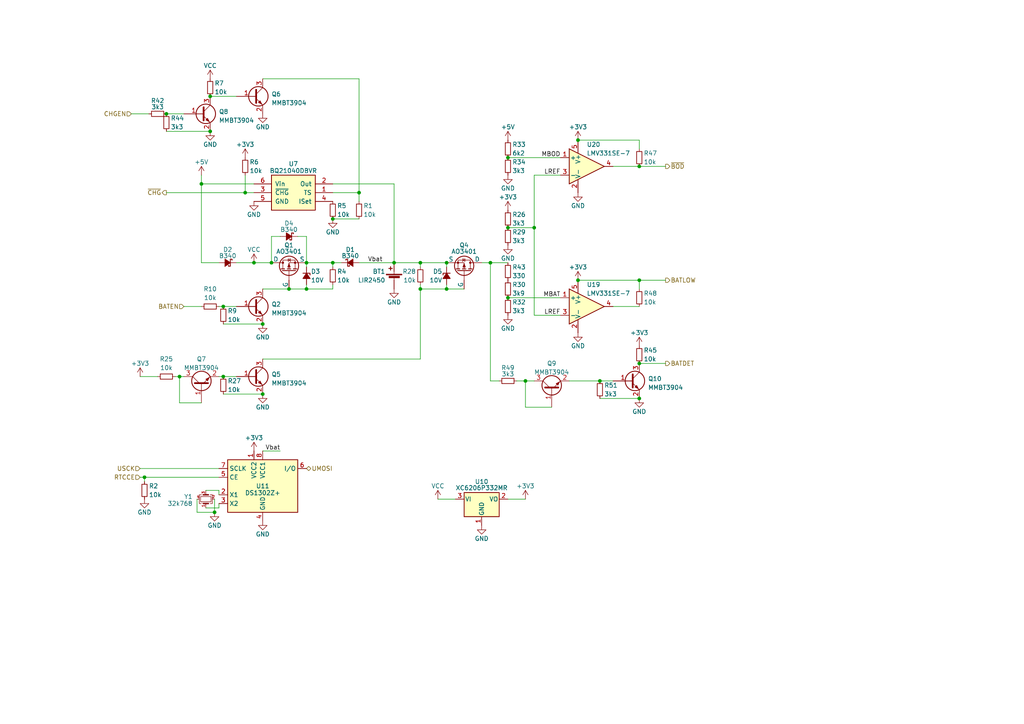
<source format=kicad_sch>
(kicad_sch (version 20230121) (generator eeschema)
  (paper "A4")
  (lib_symbols
    (symbol "Device:Battery_Cell" (pin_numbers hide) (pin_names (offset 0) hide)
      (property "Reference" "BT" (at 2.54 2.54 0))
      (property "Value" "Battery_Cell" (at 2.54 0 0))
      (symbol "Battery_Cell_0_1"
        (rectangle (start -2.286 1.778) (end 2.286 1.524) (fill (type outline)))
        (rectangle (start -1.5748 1.1938) (end 1.4732 0.6858) (fill (type outline)))
        (polyline (pts (xy 0 0.762) (xy 0 0)))
        (polyline (pts (xy 0 1.778) (xy 0 2.54)))
        (polyline (pts (xy 0.508 3.429) (xy 1.524 3.429)) (stroke (width 0.254)))
        (polyline (pts (xy 1.016 3.937) (xy 1.016 2.921)) (stroke (width 0.254)))
      )
      (symbol "Battery_Cell_1_1"
        (pin passive line (at 0 5.08 270) (length 2.54) (name "+") (number "1"))
        (pin passive line (at 0 -2.54 90) (length 2.54) (name "-") (number "2"))
      )
    )
    (symbol "Device:Crystal_GND24_Small" (pin_names (offset 1.016) hide)
      (property "Reference" "Y" (at 1.27 4.445 0))
      (property "Value" "Crystal_GND24_Small" (at 1.27 2.54 0))
      (symbol "Crystal_GND24_Small_0_1"
        (rectangle (start -0.762 -1.524) (end 0.762 1.524))
        (polyline (pts (xy -1.27 -0.762) (xy -1.27 0.762)) (stroke (width 0.381)))
        (polyline (pts (xy 1.27 -0.762) (xy 1.27 0.762)) (stroke (width 0.381)))
        (polyline (pts (xy -1.27 -1.27) (xy -1.27 -1.905) (xy 1.27 -1.905) (xy 1.27 -1.27)))
        (polyline (pts (xy -1.27 1.27) (xy -1.27 1.905) (xy 1.27 1.905) (xy 1.27 1.27)))
      )
      (symbol "Crystal_GND24_Small_1_1"
        (pin passive line (at -2.54 0 0) (length 1.27) (name "1") (number "1"))
        (pin passive line (at 0 -2.54 90) (length 0.635) (name "2") (number "2"))
        (pin passive line (at 2.54 0 180) (length 1.27) (name "3") (number "3"))
        (pin passive line (at 0 2.54 270) (length 0.635) (name "4") (number "4"))
      )
    )
    (symbol "Device:D_Schottky_Small_Filled" (pin_numbers hide) (pin_names (offset 0.254) hide)
      (property "Reference" "D" (at -1.27 2.032 0))
      (property "Value" "D_Schottky_Small_Filled" (at -7.112 -2.032 0))
      (symbol "D_Schottky_Small_Filled_0_1"
        (polyline (pts (xy -0.762 0) (xy 0.762 0)))
        (polyline (pts (xy 0.762 -1.016) (xy -0.762 0) (xy 0.762 1.016) (xy 0.762 -1.016)) (stroke (width 0.254)) (fill (type outline)))
        (polyline (pts (xy -1.27 0.762) (xy -1.27 1.016) (xy -0.762 1.016) (xy -0.762 -1.016) (xy -0.254 -1.016) (xy -0.254 -0.762)) (stroke (width 0.254)))
      )
      (symbol "D_Schottky_Small_Filled_1_1"
        (pin passive line (at -2.54 0 0) (length 1.778) (name "K") (number "1"))
        (pin passive line (at 2.54 0 180) (length 1.778) (name "A") (number "2"))
      )
    )
    (symbol "Device:D_Zener_Small_Filled" (pin_numbers hide) (pin_names (offset 0.254) hide)
      (property "Reference" "D" (at 0 2.286 0))
      (property "Value" "D_Zener_Small_Filled" (at 0 -2.286 0))
      (symbol "D_Zener_Small_Filled_0_1"
        (polyline (pts (xy 0.762 0) (xy -0.762 0)))
        (polyline (pts (xy -0.254 1.016) (xy -0.762 1.016) (xy -0.762 -1.016)) (stroke (width 0.254)))
        (polyline (pts (xy 0.762 1.016) (xy -0.762 0) (xy 0.762 -1.016) (xy 0.762 1.016)) (stroke (width 0.254)) (fill (type outline)))
      )
      (symbol "D_Zener_Small_Filled_1_1"
        (pin passive line (at -2.54 0 0) (length 1.778) (name "K") (number "1"))
        (pin passive line (at 2.54 0 180) (length 1.778) (name "A") (number "2"))
      )
    )
    (symbol "Device:R_Small" (pin_numbers hide) (pin_names (offset 0.254) hide)
      (property "Reference" "R" (at 0.762 0.508 0))
      (property "Value" "R_Small" (at 0.762 -1.016 0))
      (symbol "R_Small_0_1"
        (rectangle (start -0.762 1.778) (end 0.762 -1.778) (stroke (width 0.2032)))
      )
      (symbol "R_Small_1_1"
        (pin passive line (at 0 2.54 270) (length 0.762) (name "~") (number "1"))
        (pin passive line (at 0 -2.54 90) (length 0.762) (name "~") (number "2"))
      )
    )
    (symbol "GW_Analog:LMV331SE-7" (pin_names (offset 0.254))
      (property "Reference" "U" (at -1.27 3.81 0))
      (property "Value" "LMV331SE-7" (at -1.27 -3.81 0))
      (symbol "LMV331SE-7_0_1"
        (polyline (pts (xy -5.08 5.08) (xy 5.08 0) (xy -5.08 -5.08) (xy -5.08 5.08)) (stroke (width 0.254)) (fill (type background)))
      )
      (symbol "LMV331SE-7_1_1"
        (pin input line (at -7.62 2.54 0) (length 2.54) (name "+") (number "1"))
        (pin input line (at -2.54 -7.62 90) (length 3.81) (name "V-") (number "2"))
        (pin input line (at -7.62 -2.54 0) (length 2.54) (name "-") (number "3"))
        (pin output line (at 7.62 0 180) (length 2.54) (name "~") (number "4"))
        (pin input line (at -2.54 7.62 270) (length 3.81) (name "V+") (number "5"))
      )
    )
    (symbol "GW_Power:BQ21040DBVR" (pin_names (offset 1.016))
      (property "Reference" "U" (at 0 6.35 0))
      (property "Value" "BQ21040DBVR" (at 0 -6.35 0))
      (symbol "BQ21040DBVR_0_1"
        (rectangle (start -6.35 5.08) (end 6.35 -5.08) (stroke (width 0.254)) (fill (type background)))
      )
      (symbol "BQ21040DBVR_1_1"
        (pin unspecified line (at 11.43 0 180) (length 5.08) (name "TS") (number "1"))
        (pin power_out line (at 11.43 2.54 180) (length 5.08) (name "Out") (number "2"))
        (pin tri_state line (at -11.43 0 0) (length 5.08) (name "~{CHG}") (number "3"))
        (pin unspecified line (at 11.43 -2.54 180) (length 5.08) (name "ISet") (number "4"))
        (pin power_in line (at -11.43 -2.54 0) (length 5.08) (name "GND") (number "5"))
        (pin power_in line (at -11.43 2.54 0) (length 5.08) (name "Vin") (number "6"))
      )
    )
    (symbol "Regulator_Linear:XC6206PxxxMR" (pin_names (offset 0.254))
      (property "Reference" "U" (at -3.81 3.175 0))
      (property "Value" "XC6206PxxxMR" (at 0 3.175 0))
      (symbol "XC6206PxxxMR_0_1"
        (rectangle (start -5.08 1.905) (end 5.08 -5.08) (stroke (width 0.254)) (fill (type background)))
      )
      (symbol "XC6206PxxxMR_1_1"
        (pin power_in line (at 0 -7.62 90) (length 2.54) (name "GND") (number "1"))
        (pin power_out line (at 7.62 0 180) (length 2.54) (name "VO") (number "2"))
        (pin power_in line (at -7.62 0 0) (length 2.54) (name "VI") (number "3"))
      )
    )
    (symbol "Simulation_SPICE:PMOS" (pin_numbers hide) (pin_names (offset 0))
      (property "Reference" "Q" (at 5.08 1.27 0))
      (property "Value" "PMOS" (at 5.08 -1.27 0))
      (symbol "PMOS_0_1"
        (polyline (pts (xy 0.254 0) (xy -2.54 0)))
        (polyline (pts (xy 0.254 1.905) (xy 0.254 -1.905)) (stroke (width 0.254)))
        (polyline (pts (xy 0.762 -1.27) (xy 0.762 -2.286)) (stroke (width 0.254)))
        (polyline (pts (xy 0.762 0.508) (xy 0.762 -0.508)) (stroke (width 0.254)))
        (polyline (pts (xy 0.762 2.286) (xy 0.762 1.27)) (stroke (width 0.254)))
        (polyline (pts (xy 2.54 2.54) (xy 2.54 1.778)))
        (polyline (pts (xy 2.54 -2.54) (xy 2.54 0) (xy 0.762 0)))
        (polyline (pts (xy 0.762 1.778) (xy 3.302 1.778) (xy 3.302 -1.778) (xy 0.762 -1.778)))
        (polyline (pts (xy 2.286 0) (xy 1.27 0.381) (xy 1.27 -0.381) (xy 2.286 0)) (fill (type outline)))
        (polyline (pts (xy 2.794 -0.508) (xy 2.921 -0.381) (xy 3.683 -0.381) (xy 3.81 -0.254)))
        (polyline (pts (xy 3.302 -0.381) (xy 2.921 0.254) (xy 3.683 0.254) (xy 3.302 -0.381)))
        (circle (center 1.651 0) (radius 2.794) (stroke (width 0.254)))
        (circle (center 2.54 -1.778) (radius 0.254) (fill (type outline)))
        (circle (center 2.54 1.778) (radius 0.254) (fill (type outline)))
      )
      (symbol "PMOS_1_1"
        (pin passive line (at 2.54 5.08 270) (length 2.54) (name "D") (number "1"))
        (pin input line (at -5.08 0 0) (length 2.54) (name "G") (number "2"))
        (pin passive line (at 2.54 -5.08 90) (length 2.54) (name "S") (number "3"))
      )
    )
    (symbol "Timer_RTC:DS1302Z+"
      (property "Reference" "U" (at -8.89 8.89 0))
      (property "Value" "DS1302Z+" (at 6.35 8.89 0))
      (symbol "DS1302Z+_1_1"
        (rectangle (start -10.16 7.62) (end 10.16 -7.62) (stroke (width 0.254)) (fill (type background)))
        (pin power_in line (at -2.54 10.16 270) (length 2.54) (name "VCC2") (number "1"))
        (pin input line (at -12.7 -2.54 0) (length 2.54) (name "X1") (number "2"))
        (pin input line (at -12.7 -5.08 0) (length 2.54) (name "X2") (number "3"))
        (pin power_in line (at 0 -10.16 90) (length 2.54) (name "GND") (number "4"))
        (pin input line (at -12.7 2.54 0) (length 2.54) (name "CE") (number "5"))
        (pin bidirectional line (at 12.7 5.08 180) (length 2.54) (name "I/O") (number "6"))
        (pin input line (at -12.7 5.08 0) (length 2.54) (name "SCLK") (number "7"))
        (pin power_in line (at 0 10.16 270) (length 2.54) (name "VCC1") (number "8"))
      )
    )
    (symbol "Transistor_BJT:MMBT3904" (pin_names (offset 0) hide)
      (property "Reference" "Q" (at 5.08 1.905 0))
      (property "Value" "MMBT3904" (at 5.08 0 0))
      (symbol "MMBT3904_0_1"
        (polyline (pts (xy 0.635 0.635) (xy 2.54 2.54)))
        (polyline (pts (xy 0.635 -0.635) (xy 2.54 -2.54) (xy 2.54 -2.54)))
        (polyline (pts (xy 0.635 1.905) (xy 0.635 -1.905) (xy 0.635 -1.905)) (stroke (width 0.508)))
        (polyline (pts (xy 1.27 -1.778) (xy 1.778 -1.27) (xy 2.286 -2.286) (xy 1.27 -1.778) (xy 1.27 -1.778)) (fill (type outline)))
        (circle (center 1.27 0) (radius 2.8194) (stroke (width 0.254)))
      )
      (symbol "MMBT3904_1_1"
        (pin input line (at -5.08 0 0) (length 5.715) (name "B") (number "1"))
        (pin passive line (at 2.54 -5.08 90) (length 2.54) (name "E") (number "2"))
        (pin passive line (at 2.54 5.08 270) (length 2.54) (name "C") (number "3"))
      )
    )
    (symbol "power:+3V3" (power) (pin_names (offset 0))
      (property "Value" "+3V3" (at 0 3.556 0))
      (symbol "+3V3_0_1"
        (polyline (pts (xy -0.762 1.27) (xy 0 2.54)))
        (polyline (pts (xy 0 0) (xy 0 2.54)))
        (polyline (pts (xy 0 2.54) (xy 0.762 1.27)))
      )
      (symbol "+3V3_1_1"
        (pin power_in line (at 0 0 90) (length 0) hide (name "+3V3") (number "1"))
      )
    )
    (symbol "power:+5V" (power) (pin_names (offset 0))
      (property "Value" "+5V" (at 0 3.556 0))
      (symbol "+5V_0_1"
        (polyline (pts (xy -0.762 1.27) (xy 0 2.54)))
        (polyline (pts (xy 0 0) (xy 0 2.54)))
        (polyline (pts (xy 0 2.54) (xy 0.762 1.27)))
      )
      (symbol "+5V_1_1"
        (pin power_in line (at 0 0 90) (length 0) hide (name "+5V") (number "1"))
      )
    )
    (symbol "power:GND" (power) (pin_names (offset 0))
      (property "Value" "GND" (at 0 -3.81 0))
      (symbol "GND_0_1"
        (polyline (pts (xy 0 0) (xy 0 -1.27) (xy 1.27 -1.27) (xy 0 -2.54) (xy -1.27 -1.27) (xy 0 -1.27)))
      )
      (symbol "GND_1_1"
        (pin power_in line (at 0 0 270) (length 0) hide (name "GND") (number "1"))
      )
    )
    (symbol "power:VCC" (power) (pin_names (offset 0))
      (property "Value" "VCC" (at 0 3.81 0))
      (symbol "VCC_0_1"
        (polyline (pts (xy -0.762 1.27) (xy 0 2.54)))
        (polyline (pts (xy 0 0) (xy 0 2.54)))
        (polyline (pts (xy 0 2.54) (xy 0.762 1.27)))
      )
      (symbol "VCC_1_1"
        (pin power_in line (at 0 0 90) (length 0) hide (name "VCC") (number "1"))
      )
    )
  )
  (junction (at 129.54 83.82))
  (junction (at 88.9 83.82))
  (junction (at 147.32 66.04))
  (junction (at 185.42 48.26))
  (junction (at 76.2 114.3))
  (junction (at 114.3 76.2))
  (junction (at 62.23 148.59))
  (junction (at 52.07 109.22))
  (junction (at 78.74 76.2))
  (junction (at 154.94 66.04))
  (junction (at 73.66 76.2))
  (junction (at 173.99 110.49))
  (junction (at 64.77 88.9))
  (junction (at 152.4 110.49))
  (junction (at 147.32 86.36))
  (junction (at 96.52 63.5))
  (junction (at 88.9 76.2))
  (junction (at 185.42 81.28))
  (junction (at 185.42 115.57))
  (junction (at 41.91 138.43))
  (junction (at 147.32 45.72))
  (junction (at 64.77 109.22))
  (junction (at 83.82 83.82))
  (junction (at 167.64 81.28))
  (junction (at 60.96 38.1))
  (junction (at 48.26 33.02))
  (junction (at 76.2 93.98))
  (junction (at 167.64 40.64))
  (junction (at 71.12 55.88))
  (junction (at 104.14 55.88))
  (junction (at 96.52 76.2))
  (junction (at 185.42 105.41))
  (junction (at 129.54 76.2))
  (junction (at 121.92 76.2))
  (junction (at 58.42 53.34))
  (junction (at 142.24 76.2))
  (junction (at 60.96 27.94))
  (junction (at 121.92 83.82))
  (wire (pts (xy 114.3 76.2) (xy 121.92 76.2)))
  (wire (pts (xy 129.54 83.82) (xy 121.92 83.82)))
  (wire (pts (xy 63.5 146.05) (xy 63.5 147.32)))
  (wire (pts (xy 40.64 109.22) (xy 45.72 109.22)))
  (wire (pts (xy 139.7 76.2) (xy 142.24 76.2)))
  (wire (pts (xy 73.66 76.2) (xy 68.58 76.2)))
  (wire (pts (xy 147.32 45.72) (xy 162.56 45.72)))
  (wire (pts (xy 147.32 86.36) (xy 162.56 86.36)))
  (wire (pts (xy 83.82 83.82) (xy 88.9 83.82)))
  (wire (pts (xy 142.24 76.2) (xy 147.32 76.2)))
  (wire (pts (xy 48.26 55.88) (xy 71.12 55.88)))
  (wire (pts (xy 41.91 139.7) (xy 41.91 138.43)))
  (wire (pts (xy 76.2 130.81) (xy 81.28 130.81)))
  (wire (pts (xy 64.77 109.22) (xy 68.58 109.22)))
  (wire (pts (xy 38.1 33.02) (xy 43.18 33.02)))
  (wire (pts (xy 134.62 83.82) (xy 129.54 83.82)))
  (wire (pts (xy 185.42 48.26) (xy 193.04 48.26)))
  (wire (pts (xy 147.32 66.04) (xy 154.94 66.04)))
  (wire (pts (xy 88.9 68.58) (xy 86.36 68.58)))
  (wire (pts (xy 73.66 76.2) (xy 78.74 76.2)))
  (wire (pts (xy 63.5 142.24) (xy 63.5 143.51)))
  (wire (pts (xy 152.4 110.49) (xy 152.4 118.11)))
  (wire (pts (xy 177.8 88.9) (xy 185.42 88.9)))
  (wire (pts (xy 165.1 110.49) (xy 173.99 110.49)))
  (wire (pts (xy 121.92 76.2) (xy 121.92 77.47)))
  (wire (pts (xy 88.9 82.55) (xy 88.9 83.82)))
  (wire (pts (xy 114.3 53.34) (xy 114.3 76.2)))
  (wire (pts (xy 88.9 76.2) (xy 88.9 77.47)))
  (wire (pts (xy 185.42 81.28) (xy 185.42 83.82)))
  (wire (pts (xy 48.26 33.02) (xy 53.34 33.02)))
  (wire (pts (xy 52.07 109.22) (xy 53.34 109.22)))
  (wire (pts (xy 167.64 81.28) (xy 185.42 81.28)))
  (wire (pts (xy 129.54 76.2) (xy 129.54 77.47)))
  (wire (pts (xy 129.54 82.55) (xy 129.54 83.82)))
  (wire (pts (xy 58.42 53.34) (xy 58.42 76.2)))
  (wire (pts (xy 63.5 109.22) (xy 64.77 109.22)))
  (wire (pts (xy 76.2 104.14) (xy 121.92 104.14)))
  (wire (pts (xy 96.52 76.2) (xy 99.06 76.2)))
  (wire (pts (xy 88.9 83.82) (xy 96.52 83.82)))
  (wire (pts (xy 147.32 144.78) (xy 152.4 144.78)))
  (wire (pts (xy 185.42 40.64) (xy 185.42 43.18)))
  (wire (pts (xy 154.94 66.04) (xy 154.94 91.44)))
  (wire (pts (xy 154.94 66.04) (xy 154.94 50.8)))
  (wire (pts (xy 154.94 50.8) (xy 162.56 50.8)))
  (wire (pts (xy 64.77 93.98) (xy 76.2 93.98)))
  (wire (pts (xy 63.5 147.32) (xy 59.69 147.32)))
  (wire (pts (xy 142.24 110.49) (xy 144.78 110.49)))
  (wire (pts (xy 40.64 135.89) (xy 63.5 135.89)))
  (wire (pts (xy 177.8 48.26) (xy 185.42 48.26)))
  (wire (pts (xy 104.14 55.88) (xy 104.14 58.42)))
  (wire (pts (xy 96.52 55.88) (xy 104.14 55.88)))
  (wire (pts (xy 154.94 110.49) (xy 152.4 110.49)))
  (wire (pts (xy 96.52 82.55) (xy 96.52 83.82)))
  (wire (pts (xy 185.42 81.28) (xy 193.04 81.28)))
  (wire (pts (xy 76.2 22.86) (xy 104.14 22.86)))
  (wire (pts (xy 57.15 144.78) (xy 57.15 148.59)))
  (wire (pts (xy 57.15 148.59) (xy 62.23 148.59)))
  (wire (pts (xy 152.4 118.11) (xy 160.02 118.11)))
  (wire (pts (xy 121.92 104.14) (xy 121.92 83.82)))
  (wire (pts (xy 121.92 82.55) (xy 121.92 83.82)))
  (wire (pts (xy 149.86 110.49) (xy 152.4 110.49)))
  (wire (pts (xy 52.07 109.22) (xy 52.07 116.84)))
  (wire (pts (xy 173.99 115.57) (xy 185.42 115.57)))
  (wire (pts (xy 104.14 76.2) (xy 114.3 76.2)))
  (wire (pts (xy 104.14 55.88) (xy 104.14 22.86)))
  (wire (pts (xy 59.69 142.24) (xy 63.5 142.24)))
  (wire (pts (xy 96.52 53.34) (xy 114.3 53.34)))
  (wire (pts (xy 52.07 116.84) (xy 58.42 116.84)))
  (wire (pts (xy 41.91 138.43) (xy 63.5 138.43)))
  (wire (pts (xy 48.26 38.1) (xy 60.96 38.1)))
  (wire (pts (xy 76.2 83.82) (xy 83.82 83.82)))
  (wire (pts (xy 58.42 88.9) (xy 53.34 88.9)))
  (wire (pts (xy 64.77 88.9) (xy 68.58 88.9)))
  (wire (pts (xy 78.74 76.2) (xy 78.74 68.58)))
  (wire (pts (xy 88.9 76.2) (xy 88.9 68.58)))
  (wire (pts (xy 88.9 76.2) (xy 96.52 76.2)))
  (wire (pts (xy 73.66 55.88) (xy 71.12 55.88)))
  (wire (pts (xy 185.42 105.41) (xy 193.04 105.41)))
  (wire (pts (xy 64.77 114.3) (xy 76.2 114.3)))
  (wire (pts (xy 40.64 138.43) (xy 41.91 138.43)))
  (wire (pts (xy 63.5 76.2) (xy 58.42 76.2)))
  (wire (pts (xy 58.42 50.8) (xy 58.42 53.34)))
  (wire (pts (xy 154.94 91.44) (xy 162.56 91.44)))
  (wire (pts (xy 129.54 76.2) (xy 121.92 76.2)))
  (wire (pts (xy 96.52 63.5) (xy 104.14 63.5)))
  (wire (pts (xy 50.8 109.22) (xy 52.07 109.22)))
  (wire (pts (xy 62.23 148.59) (xy 62.23 144.78)))
  (wire (pts (xy 73.66 53.34) (xy 58.42 53.34)))
  (wire (pts (xy 142.24 76.2) (xy 142.24 110.49)))
  (wire (pts (xy 167.64 40.64) (xy 185.42 40.64)))
  (wire (pts (xy 127 144.78) (xy 132.08 144.78)))
  (wire (pts (xy 173.99 110.49) (xy 177.8 110.49)))
  (wire (pts (xy 63.5 88.9) (xy 64.77 88.9)))
  (wire (pts (xy 60.96 27.94) (xy 68.58 27.94)))
  (wire (pts (xy 96.52 76.2) (xy 96.52 77.47)))
  (wire (pts (xy 71.12 50.8) (xy 71.12 55.88)))
  (wire (pts (xy 78.74 68.58) (xy 81.28 68.58)))
  (label "LREF" (at 162.56 50.8 180))
  (label "LREF" (at 162.56 91.44 180))
  (label "Vbat" (at 106.68 76.2 0))
  (label "MBAT" (at 162.56 86.36 180))
  (label "MBOD" (at 162.56 45.72 180))
  (label "Vbat" (at 81.28 130.81 180))
  (hierarchical_label "BATDET" (shape output) (at 193.04 105.41 0))
  (hierarchical_label "RTCCE" (shape input) (at 40.64 138.43 180))
  (hierarchical_label "~{BOD}" (shape output) (at 193.04 48.26 0))
  (hierarchical_label "~{CHG}" (shape output) (at 48.26 55.88 180))
  (hierarchical_label "USCK" (shape input) (at 40.64 135.89 180))
  (hierarchical_label "BATEN" (shape input) (at 53.34 88.9 180))
  (hierarchical_label "CHGEN" (shape input) (at 38.1 33.02 180))
  (hierarchical_label "BATLOW" (shape output) (at 193.04 81.28 0))
  (hierarchical_label "UMOSI" (shape bidirectional) (at 88.9 135.89 0))
  (symbol (lib_id "power:GND") (at 167.64 55.88 0) (mirror y) (unit 1)
    (property "Reference" "#PWR083" (effects hide))
    (property "Value" "GND" (at 167.64 59.69 0))
  )
  (symbol (lib_id "Device:R_Small") (at 64.77 111.76 180) (unit 1)
    (property "Reference" "R27" (at 66.04 110.49 0) (effects (justify right)))
    (property "Value" "10k" (at 66.04 113.03 0) (effects (justify right)))
  )
  (symbol (lib_id "power:GND") (at 76.2 151.13 0) (mirror y) (unit 1)
    (property "Reference" "#PWR06" (effects hide))
    (property "Value" "GND" (at 76.2 154.94 0))
  )
  (symbol (lib_id "power:+3V3") (at 73.66 130.81 0) (unit 1)
    (property "Reference" "#PWR012" (effects hide))
    (property "Value" "+3V3" (at 73.66 127 0))
  )
  (symbol (lib_id "Device:R_Small") (at 48.26 35.56 180) (unit 1)
    (property "Reference" "R44" (at 49.53 34.29 0) (effects (justify right)))
    (property "Value" "3k3" (at 49.53 36.83 0) (effects (justify right)))
  )
  (symbol (lib_id "power:GND") (at 147.32 71.12 0) (mirror y) (unit 1)
    (property "Reference" "#PWR075" (effects hide))
    (property "Value" "GND" (at 147.32 74.93 0))
  )
  (symbol (lib_id "power:GND") (at 139.7 152.4 0) (mirror y) (unit 1)
    (property "Reference" "#PWR010" (effects hide))
    (property "Value" "GND" (at 139.7 156.21 0))
  )
  (symbol (lib_id "Device:R_Small") (at 121.92 80.01 0) (mirror x) (unit 1)
    (property "Reference" "R28" (at 120.65 78.74 0) (effects (justify right)))
    (property "Value" "10k" (at 120.65 81.28 0) (effects (justify right)))
  )
  (symbol (lib_id "Device:R_Small") (at 41.91 142.24 0) (mirror x) (unit 1)
    (property "Reference" "R2" (at 43.18 140.97 0) (effects (justify left)))
    (property "Value" "10k" (at 43.18 143.51 0) (effects (justify left)))
  )
  (symbol (lib_id "GW_Analog:LMV331SE-7") (at 170.18 88.9 0) (unit 1)
    (property "Reference" "U19" (at 170.18 82.55 0) (effects (justify left)))
    (property "Value" "LMV331SE-7" (at 170.18 85.09 0) (effects (justify left)))
    (property "Footprint" "stdpads:SOT-353" (effects hide))
  )
  (symbol (lib_id "Transistor_BJT:MMBT3904") (at 73.66 27.94 0) (unit 1)
    (property "Reference" "Q6" (at 78.74 27.305 0) (effects (justify left)))
    (property "Value" "MMBT3904" (at 78.74 29.845 0) (effects (justify left)))
    (property "Footprint" "Package_TO_SOT_SMD:SOT-23" (effects hide))
    (property "Datasheet" "https://www.onsemi.com/pub/Collateral/2N3903-D.PDF" (effects hide))
  )
  (symbol (lib_id "power:GND") (at 96.52 63.5 0) (mirror y) (unit 1)
    (property "Reference" "#PWR08" (effects hide))
    (property "Value" "GND" (at 96.52 67.31 0))
  )
  (symbol (lib_id "power:+3V3") (at 152.4 144.78 0) (unit 1)
    (property "Reference" "#PWR011" (effects hide))
    (property "Value" "+3V3" (at 152.4 140.97 0))
  )
  (symbol (lib_id "Device:Crystal_GND24_Small") (at 59.69 144.78 90) (unit 1)
    (property "Reference" "Y1" (at 55.88 144.78 90) (effects (justify left top)))
    (property "Value" "32k768" (at 55.88 146.05 90) (effects (justify left)))
  )
  (symbol (lib_id "Device:Battery_Cell") (at 114.3 81.28 0) (mirror y) (unit 1)
    (property "Reference" "BT1" (at 111.76 78.74 0) (effects (justify left)))
    (property "Value" "LIR2450" (at 111.76 81.28 0) (effects (justify left)))
  )
  (symbol (lib_id "Device:R_Small") (at 147.32 48.26 0) (unit 1)
    (property "Reference" "R34" (at 148.59 46.99 0) (effects (justify left)))
    (property "Value" "3k3" (at 148.59 49.53 0) (effects (justify left)))
  )
  (symbol (lib_id "power:GND") (at 76.2 93.98 0) (mirror y) (unit 1)
    (property "Reference" "#PWR052" (effects hide))
    (property "Value" "GND" (at 76.2 97.79 0))
  )
  (symbol (lib_id "Device:R_Small") (at 173.99 113.03 180) (unit 1)
    (property "Reference" "R51" (at 175.26 111.76 0) (effects (justify right)))
    (property "Value" "3k3" (at 175.26 114.3 0) (effects (justify right)))
  )
  (symbol (lib_id "power:VCC") (at 73.66 76.2 0) (mirror y) (unit 1)
    (property "Reference" "#PWR02" (effects hide))
    (property "Value" "VCC" (at 73.66 72.39 0))
  )
  (symbol (lib_id "power:+3V3") (at 167.64 81.28 0) (mirror y) (unit 1)
    (property "Reference" "#PWR076" (effects hide))
    (property "Value" "+3V3" (at 167.64 77.47 0))
  )
  (symbol (lib_id "Transistor_BJT:MMBT3904") (at 58.42 33.02 0) (unit 1)
    (property "Reference" "Q8" (at 63.5 32.385 0) (effects (justify left)))
    (property "Value" "MMBT3904" (at 63.5 34.925 0) (effects (justify left)))
    (property "Footprint" "Package_TO_SOT_SMD:SOT-23" (effects hide))
    (property "Datasheet" "https://www.onsemi.com/pub/Collateral/2N3903-D.PDF" (effects hide))
  )
  (symbol (lib_id "power:+3V3") (at 71.12 45.72 0) (mirror y) (unit 1)
    (property "Reference" "#PWR03" (effects hide))
    (property "Value" "+3V3" (at 71.12 41.91 0))
  )
  (symbol (lib_id "Timer_RTC:DS1302Z+") (at 76.2 140.97 0) (unit 1)
    (property "Reference" "U11" (at 76.2 140.97 0))
    (property "Value" "DS1302Z+" (at 76.2 142.24 0) (effects (justify top)))
    (property "Footprint" "Package_SO:SOIC-8_3.9x4.9mm_P1.27mm" (effects hide))
    (property "Datasheet" "https://datasheets.maximintegrated.com/en/ds/DS1302.pdf" (effects hide))
  )
  (symbol (lib_id "Device:R_Small") (at 104.14 60.96 0) (mirror x) (unit 1)
    (property "Reference" "R1" (at 105.41 59.69 0) (effects (justify left)))
    (property "Value" "10k" (at 105.41 62.23 0) (effects (justify left)))
  )
  (symbol (lib_id "power:GND") (at 114.3 83.82 0) (mirror y) (unit 1)
    (property "Reference" "#PWR01" (effects hide))
    (property "Value" "GND" (at 114.3 87.63 0))
  )
  (symbol (lib_id "power:+5V") (at 147.32 40.64 0) (mirror y) (unit 1)
    (property "Reference" "#PWR084" (effects hide))
    (property "Value" "+5V" (at 147.32 36.83 0))
  )
  (symbol (lib_id "Simulation_SPICE:PMOS") (at 83.82 78.74 90) (unit 1)
    (property "Reference" "Q1" (at 83.82 71.12 90))
    (property "Value" "AO3401" (at 83.82 73.66 90) (effects (justify top)))
    (property "Datasheet" "https://ngspice.sourceforge.io/docs/ngspice-manual.pdf" (effects hide))
    (property "Sim.Device" "PMOS" (effects hide))
    (property "Sim.Type" "VDMOS" (effects hide))
    (property "Sim.Pins" "1=D 2=G 3=S" (effects hide))
  )
  (symbol (lib_id "Device:R_Small") (at 60.96 25.4 180) (unit 1)
    (property "Reference" "R7" (at 62.23 24.13 0) (effects (justify right)))
    (property "Value" "10k" (at 62.23 26.67 0) (effects (justify right)))
  )
  (symbol (lib_id "power:GND") (at 185.42 115.57 0) (mirror y) (unit 1)
    (property "Reference" "#PWR085" (effects hide))
    (property "Value" "GND" (at 185.42 119.38 0))
  )
  (symbol (lib_id "Device:R_Small") (at 96.52 60.96 180) (unit 1)
    (property "Reference" "R5" (at 97.79 59.69 0) (effects (justify right)))
    (property "Value" "10k" (at 97.79 62.23 0) (effects (justify right)))
  )
  (symbol (lib_id "Transistor_BJT:MMBT3904") (at 73.66 88.9 0) (unit 1)
    (property "Reference" "Q2" (at 78.74 88.265 0) (effects (justify left)))
    (property "Value" "MMBT3904" (at 78.74 90.805 0) (effects (justify left)))
    (property "Footprint" "Package_TO_SOT_SMD:SOT-23" (effects hide))
    (property "Datasheet" "https://www.onsemi.com/pub/Collateral/2N3903-D.PDF" (effects hide))
  )
  (symbol (lib_id "power:+3V3") (at 147.32 60.96 0) (unit 1)
    (property "Reference" "#PWR074" (effects hide))
    (property "Value" "+3V3" (at 147.32 57.15 0))
  )
  (symbol (lib_id "power:VCC") (at 60.96 22.86 0) (mirror y) (unit 1)
    (property "Reference" "#PWR092" (effects hide))
    (property "Value" "VCC" (at 60.96 19.05 0))
  )
  (symbol (lib_id "Device:D_Zener_Small_Filled") (at 88.9 80.01 270) (unit 1)
    (property "Reference" "D3" (at 90.17 78.74 90) (effects (justify left)))
    (property "Value" "10V" (at 90.17 81.28 90) (effects (justify left)))
  )
  (symbol (lib_id "Device:D_Zener_Small_Filled") (at 129.54 80.01 90) (mirror x) (unit 1)
    (property "Reference" "D5" (at 128.27 78.74 90) (effects (justify left)))
    (property "Value" "10V" (at 128.27 81.28 90) (effects (justify left)))
  )
  (symbol (lib_id "power:VCC") (at 127 144.78 0) (mirror y) (unit 1)
    (property "Reference" "#PWR05" (effects hide))
    (property "Value" "VCC" (at 127 140.97 0))
  )
  (symbol (lib_id "Device:D_Schottky_Small_Filled") (at 101.6 76.2 0) (unit 1)
    (property "Reference" "D1" (at 101.6 72.39 0))
    (property "Value" "B340" (at 101.6 74.93 0) (effects (justify bottom)))
  )
  (symbol (lib_id "power:GND") (at 76.2 114.3 0) (mirror y) (unit 1)
    (property "Reference" "#PWR072" (effects hide))
    (property "Value" "GND" (at 76.2 118.11 0))
  )
  (symbol (lib_id "power:GND") (at 41.91 144.78 0) (mirror y) (unit 1)
    (property "Reference" "#PWR07" (effects hide))
    (property "Value" "GND" (at 41.91 148.59 0))
  )
  (symbol (lib_id "power:GND") (at 73.66 58.42 0) (mirror y) (unit 1)
    (property "Reference" "#PWR09" (effects hide))
    (property "Value" "GND" (at 73.66 62.23 0))
  )
  (symbol (lib_id "power:GND") (at 76.2 33.02 0) (mirror y) (unit 1)
    (property "Reference" "#PWR086" (effects hide))
    (property "Value" "GND" (at 76.2 36.83 0))
  )
  (symbol (lib_id "Device:R_Small") (at 185.42 102.87 0) (unit 1)
    (property "Reference" "R45" (at 186.69 101.6 0) (effects (justify left)))
    (property "Value" "10k" (at 186.69 104.14 0) (effects (justify left)))
  )
  (symbol (lib_id "Device:R_Small") (at 64.77 91.44 180) (unit 1)
    (property "Reference" "R9" (at 66.04 90.17 0) (effects (justify right)))
    (property "Value" "10k" (at 66.04 92.71 0) (effects (justify right)))
  )
  (symbol (lib_id "Device:R_Small") (at 45.72 33.02 270) (unit 1)
    (property "Reference" "R42" (at 45.72 29.21 90))
    (property "Value" "3k3" (at 45.72 31.75 90) (effects (justify bottom)))
  )
  (symbol (lib_id "Device:R_Small") (at 185.42 86.36 0) (unit 1)
    (property "Reference" "R48" (at 186.69 85.09 0) (effects (justify left)))
    (property "Value" "10k" (at 186.69 87.63 0) (effects (justify left)))
  )
  (symbol (lib_id "Device:R_Small") (at 71.12 48.26 180) (unit 1)
    (property "Reference" "R6" (at 72.39 46.99 0) (effects (justify right)))
    (property "Value" "10k" (at 72.39 49.53 0) (effects (justify right)))
  )
  (symbol (lib_id "power:GND") (at 62.23 148.59 0) (mirror y) (unit 1)
    (property "Reference" "#PWR013" (effects hide))
    (property "Value" "GND" (at 62.23 152.4 0))
  )
  (symbol (lib_id "Device:R_Small") (at 185.42 45.72 0) (unit 1)
    (property "Reference" "R47" (at 186.69 44.45 0) (effects (justify left)))
    (property "Value" "10k" (at 186.69 46.99 0) (effects (justify left)))
  )
  (symbol (lib_id "Device:D_Schottky_Small_Filled") (at 66.04 76.2 0) (mirror y) (unit 1)
    (property "Reference" "D2" (at 66.04 72.39 0))
    (property "Value" "B340" (at 66.04 74.93 0) (effects (justify bottom)))
  )
  (symbol (lib_id "Device:R_Small") (at 147.32 78.74 0) (unit 1)
    (property "Reference" "R43" (at 148.59 77.47 0) (effects (justify left)))
    (property "Value" "330" (at 148.59 80.01 0) (effects (justify left)))
  )
  (symbol (lib_id "power:+5V") (at 58.42 50.8 0) (mirror y) (unit 1)
    (property "Reference" "#PWR04" (effects hide))
    (property "Value" "+5V" (at 58.42 46.99 0))
  )
  (symbol (lib_id "Device:R_Small") (at 147.32 110.49 270) (unit 1)
    (property "Reference" "R49" (at 147.32 106.68 90))
    (property "Value" "3k3" (at 147.32 109.22 90) (effects (justify bottom)))
  )
  (symbol (lib_id "power:+3V3") (at 185.42 100.33 0) (mirror y) (unit 1)
    (property "Reference" "#PWR087" (effects hide))
    (property "Value" "+3V3" (at 185.42 96.52 0))
  )
  (symbol (lib_id "Transistor_BJT:MMBT3904") (at 58.42 111.76 90) (unit 1)
    (property "Reference" "Q7" (at 58.42 104.14 90))
    (property "Value" "MMBT3904" (at 58.42 106.68 90))
    (property "Footprint" "Package_TO_SOT_SMD:SOT-23" (effects hide))
    (property "Datasheet" "https://www.onsemi.com/pub/Collateral/2N3903-D.PDF" (effects hide))
  )
  (symbol (lib_id "Device:R_Small") (at 147.32 83.82 0) (unit 1)
    (property "Reference" "R30" (at 148.59 82.55 0) (effects (justify left)))
    (property "Value" "3k9" (at 148.59 85.09 0) (effects (justify left)))
  )
  (symbol (lib_id "Simulation_SPICE:PMOS") (at 134.62 78.74 270) (mirror x) (unit 1)
    (property "Reference" "Q4" (at 134.62 71.12 90))
    (property "Value" "AO3401" (at 134.62 73.66 90) (effects (justify top)))
    (property "Datasheet" "https://ngspice.sourceforge.io/docs/ngspice-manual.pdf" (effects hide))
    (property "Sim.Device" "PMOS" (effects hide))
    (property "Sim.Type" "VDMOS" (effects hide))
    (property "Sim.Pins" "1=D 2=G 3=S" (effects hide))
  )
  (symbol (lib_id "Device:R_Small") (at 48.26 109.22 270) (unit 1)
    (property "Reference" "R25" (at 48.26 104.14 90))
    (property "Value" "10k" (at 48.26 106.68 90))
  )
  (symbol (lib_id "Device:D_Schottky_Small_Filled") (at 83.82 68.58 0) (mirror y) (unit 1)
    (property "Reference" "D4" (at 83.82 64.77 0))
    (property "Value" "B340" (at 83.82 67.31 0) (effects (justify bottom)))
  )
  (symbol (lib_id "GW_Power:BQ21040DBVR") (at 85.09 55.88 0) (unit 1)
    (property "Reference" "U7" (at 85.09 48.26 0) (effects (justify bottom)))
    (property "Value" "BQ21040DBVR" (at 85.09 49.53 0))
    (property "Footprint" "stdpads:SOT-23-6" (effects hide))
  )
  (symbol (lib_id "GW_Analog:LMV331SE-7") (at 170.18 48.26 0) (unit 1)
    (property "Reference" "U20" (at 170.18 41.91 0) (effects (justify left)))
    (property "Value" "LMV331SE-7" (at 170.18 44.45 0) (effects (justify left)))
    (property "Footprint" "stdpads:SOT-353" (effects hide))
  )
  (symbol (lib_id "Device:R_Small") (at 147.32 43.18 0) (unit 1)
    (property "Reference" "R33" (at 148.59 41.91 0) (effects (justify left)))
    (property "Value" "6k2" (at 148.59 44.45 0) (effects (justify left)))
  )
  (symbol (lib_id "power:+3V3") (at 167.64 40.64 0) (mirror y) (unit 1)
    (property "Reference" "#PWR082" (effects hide))
    (property "Value" "+3V3" (at 167.64 36.83 0))
  )
  (symbol (lib_id "Device:R_Small") (at 147.32 68.58 0) (unit 1)
    (property "Reference" "R29" (at 148.59 67.31 0) (effects (justify left)))
    (property "Value" "3k3" (at 148.59 69.85 0) (effects (justify left)))
  )
  (symbol (lib_id "power:+3V3") (at 40.64 109.22 0) (mirror y) (unit 1)
    (property "Reference" "#PWR073" (effects hide))
    (property "Value" "+3V3" (at 40.64 105.41 0))
  )
  (symbol (lib_id "Transistor_BJT:MMBT3904") (at 160.02 113.03 90) (unit 1)
    (property "Reference" "Q9" (at 160.02 105.41 90))
    (property "Value" "MMBT3904" (at 160.02 107.95 90))
    (property "Footprint" "Package_TO_SOT_SMD:SOT-23" (effects hide))
    (property "Datasheet" "https://www.onsemi.com/pub/Collateral/2N3903-D.PDF" (effects hide))
  )
  (symbol (lib_id "Device:R_Small") (at 147.32 88.9 0) (unit 1)
    (property "Reference" "R32" (at 148.59 87.63 0) (effects (justify left)))
    (property "Value" "3k3" (at 148.59 90.17 0) (effects (justify left)))
  )
  (symbol (lib_id "Device:R_Small") (at 96.52 80.01 180) (unit 1)
    (property "Reference" "R4" (at 97.79 78.74 0) (effects (justify right)))
    (property "Value" "10k" (at 97.79 81.28 0) (effects (justify right)))
  )
  (symbol (lib_id "Device:R_Small") (at 147.32 63.5 0) (unit 1)
    (property "Reference" "R26" (at 148.59 62.23 0) (effects (justify left)))
    (property "Value" "3k3" (at 148.59 64.77 0) (effects (justify left)))
  )
  (symbol (lib_id "power:GND") (at 167.64 96.52 0) (mirror y) (unit 1)
    (property "Reference" "#PWR078" (effects hide))
    (property "Value" "GND" (at 167.64 100.33 0))
  )
  (symbol (lib_id "Device:R_Small") (at 60.96 88.9 270) (unit 1)
    (property "Reference" "R10" (at 60.96 83.82 90))
    (property "Value" "10k" (at 60.96 86.36 90))
  )
  (symbol (lib_id "power:GND") (at 147.32 91.44 0) (mirror y) (unit 1)
    (property "Reference" "#PWR077" (effects hide))
    (property "Value" "GND" (at 147.32 95.25 0))
  )
  (symbol (lib_id "power:GND") (at 60.96 38.1 0) (mirror y) (unit 1)
    (property "Reference" "#PWR091" (effects hide))
    (property "Value" "GND" (at 60.96 41.91 0))
  )
  (symbol (lib_id "Regulator_Linear:XC6206PxxxMR") (at 139.7 144.78 0) (unit 1)
    (property "Reference" "U10" (at 139.7 139.7 0))
    (property "Value" "XC6206P332MR" (at 139.7 142.24 0) (effects (justify bottom)))
    (property "Footprint" "Package_TO_SOT_SMD:SOT-23-3" (effects hide))
    (property "Datasheet" "https://www.torexsemi.com/file/xc6206/XC6206.pdf" (effects hide))
  )
  (symbol (lib_id "Transistor_BJT:MMBT3904") (at 73.66 109.22 0) (unit 1)
    (property "Reference" "Q5" (at 78.74 108.585 0) (effects (justify left)))
    (property "Value" "MMBT3904" (at 78.74 111.125 0) (effects (justify left)))
    (property "Footprint" "Package_TO_SOT_SMD:SOT-23" (effects hide))
    (property "Datasheet" "https://www.onsemi.com/pub/Collateral/2N3903-D.PDF" (effects hide))
  )
  (symbol (lib_id "Transistor_BJT:MMBT3904") (at 182.88 110.49 0) (unit 1)
    (property "Reference" "Q10" (at 187.96 109.855 0) (effects (justify left)))
    (property "Value" "MMBT3904" (at 187.96 112.395 0) (effects (justify left)))
    (property "Footprint" "Package_TO_SOT_SMD:SOT-23" (effects hide))
    (property "Datasheet" "https://www.onsemi.com/pub/Collateral/2N3903-D.PDF" (effects hide))
  )
  (symbol (lib_id "power:GND") (at 147.32 50.8 0) (mirror y) (unit 1)
    (property "Reference" "#PWR079" (effects hide))
    (property "Value" "GND" (at 147.32 54.61 0))
  )
)
</source>
